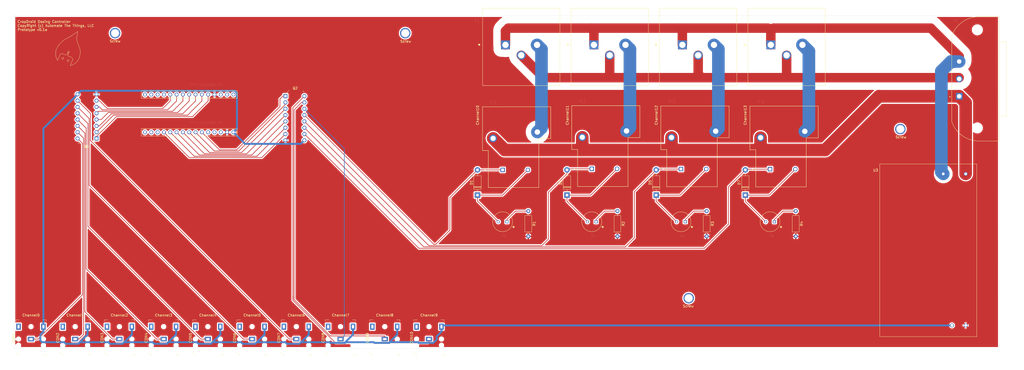
<source format=kicad_pcb>
(kicad_pcb (version 20171130) (host pcbnew 5.1.5-52549c5~84~ubuntu18.04.1)
  (title_block (title "CropDroid Dosing Controller") (date 2020-02-10) (rev 0.1a) (company "Automate The Things, LLC") (comment 3 "License: Proprietary") (comment 4 "Author: Jeremy Hahn"))
  (layers (0 F.Cu signal) (31 B.Cu signal) (34 B.Paste user) (35 F.Paste user) (36 B.SilkS user) (37 F.SilkS user) (38 B.Mask user) (39 F.Mask user) (44 Edge.Cuts user))
  (net 0 "")
  (net 1 "Net-(CON1-Pad1)")
  (net 2 "Net-(CON1-Pad2)")
  (net 3 "Net-(CON1-Pad3)")
  (net 4 "Net-(CON2-Pad3)")
  (net 5 "Net-(CON2-Pad1)")
  (net 6 "Net-(CON3-Pad3)")
  (net 7 "Net-(CON3-Pad1)")
  (net 8 "Net-(CON4-Pad3)")
  (net 9 "Net-(CON4-Pad1)")
  (net 10 "Net-(CON5-Pad1)")
  (net 11 "Net-(CON5-Pad3)")
  (net 12 "Net-(CON6-Pad3)")
  (net 13 "Net-(CON6-Pad1)")
  (net 14 "Net-(CON7-Pad1)")
  (net 15 "Net-(CON7-Pad3)")
  (net 16 "Net-(CON8-Pad3)")
  (net 17 "Net-(CON9-Pad3)")
  (net 18 "Net-(CON9-Pad1)")
  (net 19 "Net-(CON10-Pad1)")
  (net 20 "Net-(CON10-Pad3)")
  (net 21 "Net-(D1-Pad2)")
  (net 22 "Net-(D1-Pad1)")
  (net 23 "Net-(D2-Pad1)")
  (net 24 "Net-(D3-Pad2)")
  (net 25 "Net-(D3-Pad1)")
  (net 26 "Net-(D4-Pad1)")
  (net 27 "Net-(D5-Pad1)")
  (net 28 "Net-(D5-Pad2)")
  (net 29 "Net-(D6-Pad1)")
  (net 30 "Net-(D7-Pad1)")
  (net 31 "Net-(D7-Pad2)")
  (net 32 "Net-(D8-Pad1)")
  (net 33 "Net-(J1-Pad1)")
  (net 34 "Net-(J1-Pad2)")
  (net 35 "Net-(J1-Pad3)")
  (net 36 "Net-(J2-Pad2)")
  (net 37 "Net-(J3-Pad2)")
  (net 38 "Net-(J4-Pad2)")
  (net 39 "Net-(Q1-Pad1)")
  (net 40 "Net-(Q1-Pad2)")
  (net 41 "Net-(Q1-Pad3)")
  (net 42 "Net-(Q1-Pad4)")
  (net 43 "Net-(Q1-Pad5)")
  (net 44 "Net-(Q1-Pad6)")
  (net 45 "Net-(Q1-Pad7)")
  (net 46 GND)
  (net 47 "Net-(Q2-Pad7)")
  (net 48 "Net-(Q2-Pad6)")
  (net 49 "Net-(Q2-Pad5)")
  (net 50 "Net-(Q2-Pad4)")
  (net 51 "Net-(Q2-Pad3)")
  (net 52 "Net-(Q2-Pad2)")
  (net 53 "Net-(Q2-Pad1)")
  (net 54 "Net-(U1-PadP$15)")
  (net 55 "Net-(U1-PadP$14)")
  (net 56 "Net-(U1-PadP$13)")
  (net 57 "Net-(U1-PadP$12)")
  (net 58 "Net-(U1-PadP$3)")
  (net 59 "Net-(U1-PadP$2)")
  (net 60 "Net-(U1-PadP$1)")
  (net 61 "Net-(U2-PadP$3)")
  (net 62 "Net-(U2-PadP$4)")
  (net 63 "Net-(U2-PadP$5)")
  (net 64 "Net-(U2-PadP$13)")
  (net 65 "Net-(U2-PadP$14)")
  (net 66 "Net-(U2-PadP$15)")
  (net 67 "Net-(J5-Pad1)")
  (net 68 "Net-(CON8-Pad1)")
  (module drill-hole:Drill_Hole (layer F.Cu) (at 169.26052 19.8882)
    (fp_text reference Screw (at 0.1778 2.48412) (layer F.SilkS))
    (fp_text value Drill)
    (pad 1 thru_hole circle (at 0 -0.8382) (size 4.199999 4.199999) (drill 3.200001) (layers *.Cu *.Mask))
  )
  (module drill-hole:Drill_Hole (layer F.Cu) (at 282.8163 125.23216)
    (fp_text reference Screw (at 0.21336 3.72364) (layer F.SilkS))
    (fp_text value Drill)
    (pad 1 thru_hole circle (at 0.3937 0.49784) (size 4.199999 4.199999) (drill 3.200001) (layers *.Cu *.Mask))
  )
  (module drill-hole:Drill_Hole (layer F.Cu) (at 369.23472 57.74182)
    (fp_text reference Screw (at -0.6985 3.16484) (layer F.SilkS))
    (fp_text value Drill)
    (pad 1 thru_hole circle (at -0.93472 -0.08382) (size 4.199999 4.199999) (drill 3.200001) (layers *.Cu *.Mask))
  )
  (module drill-hole:Drill_Hole (layer F.Cu) (at 52.60848 18.87728)
    (fp_text reference Screw (at -0.0127 3.3909) (layer F.SilkS))
    (fp_text value Drill)
    (pad 1 thru_hole circle (at 0 0.17272) (size 4.199999 4.199999) (drill 3.200001) (layers *.Cu *.Mask))
  )
  (module libraries:cropdroid_logo (layer F.Cu) (at 33.62452 25.2095)
    (fp_text reference G*** hide)
    (fp_text value LOGO hide)
  )
  (module digikey-footprints:DIP-16_W7.62mm (layer F.Cu) (at 121.1 44.4)
    (fp_text reference Q2 (at 3.94 -3.2) (layer F.SilkS))
    (fp_text value ULN2003AN)
    (pad 9 thru_hole circle (at 7.62 17.78) (size 1.6 1.6) (drill 1) (layers *.Cu *.Mask) (net 2 "Net-(CON1-Pad2)"))
    (pad 8 thru_hole circle (at 0 17.78) (size 1.6 1.6) (drill 1) (layers *.Cu *.Mask) (net 46 GND))
    (pad 16 thru_hole circle (at 7.62 0) (size 1.6 1.6) (drill 1) (layers *.Cu *.Mask) (net 19 "Net-(CON10-Pad1)"))
    (pad 15 thru_hole circle (at 7.62 2.54) (size 1.6 1.6) (drill 1) (layers *.Cu *.Mask) (net 18 "Net-(CON9-Pad1)"))
    (pad 14 thru_hole circle (at 7.62 5.08) (size 1.6 1.6) (drill 1) (layers *.Cu *.Mask) (net 68 "Net-(CON8-Pad1)"))
    (pad 13 thru_hole circle (at 7.62 7.62) (size 1.6 1.6) (drill 1) (layers *.Cu *.Mask) (net 21 "Net-(D1-Pad2)"))
    (pad 12 thru_hole circle (at 7.62 10.16) (size 1.6 1.6) (drill 1) (layers *.Cu *.Mask) (net 24 "Net-(D3-Pad2)"))
    (pad 11 thru_hole circle (at 7.62 12.7) (size 1.6 1.6) (drill 1) (layers *.Cu *.Mask) (net 28 "Net-(D5-Pad2)"))
    (pad 10 thru_hole circle (at 7.62 15.24) (size 1.6 1.6) (drill 1) (layers *.Cu *.Mask) (net 31 "Net-(D7-Pad2)"))
    (pad 7 thru_hole circle (at 0 15.24) (size 1.6 1.6) (drill 1) (layers *.Cu *.Mask) (net 47 "Net-(Q2-Pad7)"))
    (pad 6 thru_hole circle (at 0 12.7) (size 1.6 1.6) (drill 1) (layers *.Cu *.Mask) (net 48 "Net-(Q2-Pad6)"))
    (pad 5 thru_hole circle (at 0 10.16) (size 1.6 1.6) (drill 1) (layers *.Cu *.Mask) (net 49 "Net-(Q2-Pad5)"))
    (pad 4 thru_hole circle (at 0 7.62) (size 1.6 1.6) (drill 1) (layers *.Cu *.Mask) (net 50 "Net-(Q2-Pad4)"))
    (pad 3 thru_hole circle (at 0 5.08) (size 1.6 1.6) (drill 1) (layers *.Cu *.Mask) (net 51 "Net-(Q2-Pad3)"))
    (pad 2 thru_hole circle (at 0 2.54) (size 1.6 1.6) (drill 1) (layers *.Cu *.Mask) (net 52 "Net-(Q2-Pad2)"))
    (pad 1 thru_hole rect (at 0 0) (size 1.6 1.6) (drill 1) (layers *.Cu *.Mask) (net 53 "Net-(Q2-Pad1)"))
  )
  (module digikey-footprints:Headphone_Jack_3.5mm_SJ1-3523N (layer F.Cu) (at 18.8 137.2 90)
    (fp_text reference CON1 (at -4.5 -7 90) (layer F.SilkS))
    (fp_text value SJ1-3523N)
    (pad "" np_thru_hole circle (at -7.5 5 90) (size 1.2 1.2) (drill 1.2) (layers *.Cu *.Mask))
    (pad "" np_thru_hole circle (at -5 5 90) (size 1.2 1.2) (drill 1.2) (layers *.Cu *.Mask))
    (pad "" np_thru_hole circle (at -7.5 -5 90) (size 1.2 1.2) (drill 1.2) (layers *.Cu *.Mask))
    (pad "" np_thru_hole circle (at -5 -5 90) (size 1.2 1.2) (drill 1.2) (layers *.Cu *.Mask))
    (pad "" np_thru_hole circle (at 0 0 90) (size 1.2 1.2) (drill 1.2) (layers *.Cu *.Mask))
    (pad 1 thru_hole rect (at -5 0 90) (size 1.8 2.5) (drill oval 0.8 1.5) (layers *.Cu *.Mask) (net 1 "Net-(CON1-Pad1)"))
    (pad 2 thru_hole rect (at 0 5 90) (size 2.5 1.8) (drill oval 1.5 0.8) (layers *.Cu *.Mask) (net 2 "Net-(CON1-Pad2)"))
    (pad 3 thru_hole rect (at 0 -5 90) (size 2.5 1.8) (drill oval 1.5 0.8) (layers *.Cu *.Mask) (net 3 "Net-(CON1-Pad3)"))
  )
  (module digikey-footprints:Headphone_Jack_3.5mm_SJ1-3523N (layer F.Cu) (at 36.576 137.2 90)
    (fp_text reference CON2 (at -4.5 -7 90) (layer F.SilkS))
    (fp_text value SJ1-3523N)
    (pad "" np_thru_hole circle (at -7.5 5 90) (size 1.2 1.2) (drill 1.2) (layers *.Cu *.Mask))
    (pad "" np_thru_hole circle (at -5 5 90) (size 1.2 1.2) (drill 1.2) (layers *.Cu *.Mask))
    (pad "" np_thru_hole circle (at -7.5 -5 90) (size 1.2 1.2) (drill 1.2) (layers *.Cu *.Mask))
    (pad "" np_thru_hole circle (at -5 -5 90) (size 1.2 1.2) (drill 1.2) (layers *.Cu *.Mask))
    (pad "" np_thru_hole circle (at 0 0 90) (size 1.2 1.2) (drill 1.2) (layers *.Cu *.Mask))
    (pad 1 thru_hole rect (at -5 0 90) (size 1.8 2.5) (drill oval 0.8 1.5) (layers *.Cu *.Mask) (net 5 "Net-(CON2-Pad1)"))
    (pad 2 thru_hole rect (at 0 5 90) (size 2.5 1.8) (drill oval 1.5 0.8) (layers *.Cu *.Mask) (net 2 "Net-(CON1-Pad2)"))
    (pad 3 thru_hole rect (at 0 -5 90) (size 2.5 1.8) (drill oval 1.5 0.8) (layers *.Cu *.Mask) (net 4 "Net-(CON2-Pad3)"))
  )
  (module digikey-footprints:Headphone_Jack_3.5mm_SJ1-3523N (layer F.Cu) (at 54.356 137.2 90)
    (fp_text reference CON3 (at -4.5 -7 90) (layer F.SilkS))
    (fp_text value SJ1-3523N)
    (pad "" np_thru_hole circle (at -7.5 5 90) (size 1.2 1.2) (drill 1.2) (layers *.Cu *.Mask))
    (pad "" np_thru_hole circle (at -5 5 90) (size 1.2 1.2) (drill 1.2) (layers *.Cu *.Mask))
    (pad "" np_thru_hole circle (at -7.5 -5 90) (size 1.2 1.2) (drill 1.2) (layers *.Cu *.Mask))
    (pad "" np_thru_hole circle (at -5 -5 90) (size 1.2 1.2) (drill 1.2) (layers *.Cu *.Mask))
    (pad "" np_thru_hole circle (at 0 0 90) (size 1.2 1.2) (drill 1.2) (layers *.Cu *.Mask))
    (pad 1 thru_hole rect (at -5 0 90) (size 1.8 2.5) (drill oval 0.8 1.5) (layers *.Cu *.Mask) (net 7 "Net-(CON3-Pad1)"))
    (pad 2 thru_hole rect (at 0 5 90) (size 2.5 1.8) (drill oval 1.5 0.8) (layers *.Cu *.Mask) (net 2 "Net-(CON1-Pad2)"))
    (pad 3 thru_hole rect (at 0 -5 90) (size 2.5 1.8) (drill oval 1.5 0.8) (layers *.Cu *.Mask) (net 6 "Net-(CON3-Pad3)"))
  )
  (module digikey-footprints:Headphone_Jack_3.5mm_SJ1-3523N (layer F.Cu) (at 72.136 137.2 90)
    (fp_text reference CON4 (at -4.5 -7 90) (layer F.SilkS))
    (fp_text value SJ1-3523N)
    (pad "" np_thru_hole circle (at -7.5 5 90) (size 1.2 1.2) (drill 1.2) (layers *.Cu *.Mask))
    (pad "" np_thru_hole circle (at -5 5 90) (size 1.2 1.2) (drill 1.2) (layers *.Cu *.Mask))
    (pad "" np_thru_hole circle (at -7.5 -5 90) (size 1.2 1.2) (drill 1.2) (layers *.Cu *.Mask))
    (pad "" np_thru_hole circle (at -5 -5 90) (size 1.2 1.2) (drill 1.2) (layers *.Cu *.Mask))
    (pad "" np_thru_hole circle (at 0 0 90) (size 1.2 1.2) (drill 1.2) (layers *.Cu *.Mask))
    (pad 1 thru_hole rect (at -5 0 90) (size 1.8 2.5) (drill oval 0.8 1.5) (layers *.Cu *.Mask) (net 9 "Net-(CON4-Pad1)"))
    (pad 2 thru_hole rect (at 0 5 90) (size 2.5 1.8) (drill oval 1.5 0.8) (layers *.Cu *.Mask) (net 2 "Net-(CON1-Pad2)"))
    (pad 3 thru_hole rect (at 0 -5 90) (size 2.5 1.8) (drill oval 1.5 0.8) (layers *.Cu *.Mask) (net 8 "Net-(CON4-Pad3)"))
  )
  (module digikey-footprints:Headphone_Jack_3.5mm_SJ1-3523N (layer F.Cu) (at 89.916 137.2 90)
    (fp_text reference CON5 (at -4.5 -7 90) (layer F.SilkS))
    (fp_text value SJ1-3523N)
    (pad "" np_thru_hole circle (at -7.5 5 90) (size 1.2 1.2) (drill 1.2) (layers *.Cu *.Mask))
    (pad "" np_thru_hole circle (at -5 5 90) (size 1.2 1.2) (drill 1.2) (layers *.Cu *.Mask))
    (pad "" np_thru_hole circle (at -7.5 -5 90) (size 1.2 1.2) (drill 1.2) (layers *.Cu *.Mask))
    (pad "" np_thru_hole circle (at -5 -5 90) (size 1.2 1.2) (drill 1.2) (layers *.Cu *.Mask))
    (pad "" np_thru_hole circle (at 0 0 90) (size 1.2 1.2) (drill 1.2) (layers *.Cu *.Mask))
    (pad 1 thru_hole rect (at -5 0 90) (size 1.8 2.5) (drill oval 0.8 1.5) (layers *.Cu *.Mask) (net 10 "Net-(CON5-Pad1)"))
    (pad 2 thru_hole rect (at 0 5 90) (size 2.5 1.8) (drill oval 1.5 0.8) (layers *.Cu *.Mask) (net 2 "Net-(CON1-Pad2)"))
    (pad 3 thru_hole rect (at 0 -5 90) (size 2.5 1.8) (drill oval 1.5 0.8) (layers *.Cu *.Mask) (net 11 "Net-(CON5-Pad3)"))
  )
  (module digikey-footprints:Headphone_Jack_3.5mm_SJ1-3523N (layer F.Cu) (at 107.696 137.2 90)
    (fp_text reference CON6 (at -4.5 -7 90) (layer F.SilkS))
    (fp_text value SJ1-3523N)
    (pad "" np_thru_hole circle (at -7.5 5 90) (size 1.2 1.2) (drill 1.2) (layers *.Cu *.Mask))
    (pad "" np_thru_hole circle (at -5 5 90) (size 1.2 1.2) (drill 1.2) (layers *.Cu *.Mask))
    (pad "" np_thru_hole circle (at -7.5 -5 90) (size 1.2 1.2) (drill 1.2) (layers *.Cu *.Mask))
    (pad "" np_thru_hole circle (at -5 -5 90) (size 1.2 1.2) (drill 1.2) (layers *.Cu *.Mask))
    (pad "" np_thru_hole circle (at 0 0 90) (size 1.2 1.2) (drill 1.2) (layers *.Cu *.Mask))
    (pad 1 thru_hole rect (at -5 0 90) (size 1.8 2.5) (drill oval 0.8 1.5) (layers *.Cu *.Mask) (net 13 "Net-(CON6-Pad1)"))
    (pad 2 thru_hole rect (at 0 5 90) (size 2.5 1.8) (drill oval 1.5 0.8) (layers *.Cu *.Mask) (net 2 "Net-(CON1-Pad2)"))
    (pad 3 thru_hole rect (at 0 -5 90) (size 2.5 1.8) (drill oval 1.5 0.8) (layers *.Cu *.Mask) (net 12 "Net-(CON6-Pad3)"))
  )
  (module digikey-footprints:Headphone_Jack_3.5mm_SJ1-3523N (layer F.Cu) (at 125.476 137.2 90)
    (fp_text reference CON7 (at -4.5 -7 90) (layer F.SilkS))
    (fp_text value SJ1-3523N)
    (pad "" np_thru_hole circle (at -7.5 5 90) (size 1.2 1.2) (drill 1.2) (layers *.Cu *.Mask))
    (pad "" np_thru_hole circle (at -5 5 90) (size 1.2 1.2) (drill 1.2) (layers *.Cu *.Mask))
    (pad "" np_thru_hole circle (at -7.5 -5 90) (size 1.2 1.2) (drill 1.2) (layers *.Cu *.Mask))
    (pad "" np_thru_hole circle (at -5 -5 90) (size 1.2 1.2) (drill 1.2) (layers *.Cu *.Mask))
    (pad "" np_thru_hole circle (at 0 0 90) (size 1.2 1.2) (drill 1.2) (layers *.Cu *.Mask))
    (pad 1 thru_hole rect (at -5 0 90) (size 1.8 2.5) (drill oval 0.8 1.5) (layers *.Cu *.Mask) (net 14 "Net-(CON7-Pad1)"))
    (pad 2 thru_hole rect (at 0 5 90) (size 2.5 1.8) (drill oval 1.5 0.8) (layers *.Cu *.Mask) (net 2 "Net-(CON1-Pad2)"))
    (pad 3 thru_hole rect (at 0 -5 90) (size 2.5 1.8) (drill oval 1.5 0.8) (layers *.Cu *.Mask) (net 15 "Net-(CON7-Pad3)"))
  )
  (module digikey-footprints:Headphone_Jack_3.5mm_SJ1-3523N (layer F.Cu) (at 143.256 137.2 90)
    (fp_text reference CON8 (at -4.5 -7 90) (layer F.SilkS))
    (fp_text value SJ1-3523N)
    (pad "" np_thru_hole circle (at -7.5 5 90) (size 1.2 1.2) (drill 1.2) (layers *.Cu *.Mask))
    (pad "" np_thru_hole circle (at -5 5 90) (size 1.2 1.2) (drill 1.2) (layers *.Cu *.Mask))
    (pad "" np_thru_hole circle (at -7.5 -5 90) (size 1.2 1.2) (drill 1.2) (layers *.Cu *.Mask))
    (pad "" np_thru_hole circle (at -5 -5 90) (size 1.2 1.2) (drill 1.2) (layers *.Cu *.Mask))
    (pad "" np_thru_hole circle (at 0 0 90) (size 1.2 1.2) (drill 1.2) (layers *.Cu *.Mask))
    (pad 1 thru_hole rect (at -5 0 90) (size 1.8 2.5) (drill oval 0.8 1.5) (layers *.Cu *.Mask) (net 68 "Net-(CON8-Pad1)"))
    (pad 2 thru_hole rect (at 0 5 90) (size 2.5 1.8) (drill oval 1.5 0.8) (layers *.Cu *.Mask) (net 2 "Net-(CON1-Pad2)"))
    (pad 3 thru_hole rect (at 0 -5 90) (size 2.5 1.8) (drill oval 1.5 0.8) (layers *.Cu *.Mask) (net 16 "Net-(CON8-Pad3)"))
  )
  (module digikey-footprints:Headphone_Jack_3.5mm_SJ1-3523N (layer F.Cu) (at 161.036 137.2 90)
    (fp_text reference CON9 (at -4.5 -7 90) (layer F.SilkS))
    (fp_text value SJ1-3523N)
    (pad "" np_thru_hole circle (at -7.5 5 90) (size 1.2 1.2) (drill 1.2) (layers *.Cu *.Mask))
    (pad "" np_thru_hole circle (at -5 5 90) (size 1.2 1.2) (drill 1.2) (layers *.Cu *.Mask))
    (pad "" np_thru_hole circle (at -7.5 -5 90) (size 1.2 1.2) (drill 1.2) (layers *.Cu *.Mask))
    (pad "" np_thru_hole circle (at -5 -5 90) (size 1.2 1.2) (drill 1.2) (layers *.Cu *.Mask))
    (pad "" np_thru_hole circle (at 0 0 90) (size 1.2 1.2) (drill 1.2) (layers *.Cu *.Mask))
    (pad 1 thru_hole rect (at -5 0 90) (size 1.8 2.5) (drill oval 0.8 1.5) (layers *.Cu *.Mask) (net 18 "Net-(CON9-Pad1)"))
    (pad 2 thru_hole rect (at 0 5 90) (size 2.5 1.8) (drill oval 1.5 0.8) (layers *.Cu *.Mask) (net 2 "Net-(CON1-Pad2)"))
    (pad 3 thru_hole rect (at 0 -5 90) (size 2.5 1.8) (drill oval 1.5 0.8) (layers *.Cu *.Mask) (net 17 "Net-(CON9-Pad3)"))
  )
  (module digikey-footprints:Headphone_Jack_3.5mm_SJ1-3523N (layer F.Cu) (at 178.816 137.2 90)
    (fp_text reference CON10 (at -4.5 -7 90) (layer F.SilkS))
    (fp_text value SJ1-3523N)
    (pad "" np_thru_hole circle (at -7.5 5 90) (size 1.2 1.2) (drill 1.2) (layers *.Cu *.Mask))
    (pad "" np_thru_hole circle (at -5 5 90) (size 1.2 1.2) (drill 1.2) (layers *.Cu *.Mask))
    (pad "" np_thru_hole circle (at -7.5 -5 90) (size 1.2 1.2) (drill 1.2) (layers *.Cu *.Mask))
    (pad "" np_thru_hole circle (at -5 -5 90) (size 1.2 1.2) (drill 1.2) (layers *.Cu *.Mask))
    (pad "" np_thru_hole circle (at 0 0 90) (size 1.2 1.2) (drill 1.2) (layers *.Cu *.Mask))
    (pad 1 thru_hole rect (at -5 0 90) (size 1.8 2.5) (drill oval 0.8 1.5) (layers *.Cu *.Mask) (net 19 "Net-(CON10-Pad1)"))
    (pad 2 thru_hole rect (at 0 5 90) (size 2.5 1.8) (drill oval 1.5 0.8) (layers *.Cu *.Mask) (net 2 "Net-(CON1-Pad2)"))
    (pad 3 thru_hole rect (at 0 -5 90) (size 2.5 1.8) (drill oval 1.5 0.8) (layers *.Cu *.Mask) (net 20 "Net-(CON10-Pad3)"))
  )
  (module Diode_THT:D_DO-41_SOD81_P10.16mm_Horizontal (layer F.Cu) (at 198.30034 84.24672 90)
    (fp_text reference D1 (at 5.08 -2.47 90) (layer F.SilkS))
    (fp_text value 1N4001)
    (pad 2 thru_hole oval (at 10.16 0 90) (size 2.2 2.2) (drill 1.1) (layers *.Cu *.Mask) (net 21 "Net-(D1-Pad2)"))
    (pad 1 thru_hole rect (at 0 0 90) (size 2.2 2.2) (drill 1.1) (layers *.Cu *.Mask) (net 22 "Net-(D1-Pad1)"))
  )
  (module libraries:CAPPRD350W60D800H2000 (layer F.Cu) (at 208.4 94.96298 180)
    (fp_text reference D2 (at -0.635 -5.715) (layer F.SilkS) (effects (font (thickness 0.015))))
    (fp_text value LED)
    (pad 2 thru_hole circle (at 1.75 0 180) (size 1.23 1.23) (drill 0.82) (layers *.Cu *.Mask) (net 22 "Net-(D1-Pad1)"))
    (pad 1 thru_hole rect (at -1.75 0 180) (size 1.23 1.23) (drill 0.82) (layers *.Cu *.Mask) (net 23 "Net-(D2-Pad1)"))
  )
  (module Diode_THT:D_DO-41_SOD81_P10.16mm_Horizontal (layer F.Cu) (at 234.28198 84.24672 90)
    (fp_text reference D3 (at 5.08 -2.47 90) (layer F.SilkS))
    (fp_text value 1N4001)
    (pad 2 thru_hole oval (at 10.16 0 90) (size 2.2 2.2) (drill 1.1) (layers *.Cu *.Mask) (net 24 "Net-(D3-Pad2)"))
    (pad 1 thru_hole rect (at 0 0 90) (size 2.2 2.2) (drill 1.1) (layers *.Cu *.Mask) (net 25 "Net-(D3-Pad1)"))
  )
  (module libraries:CAPPRD350W60D800H2000 (layer F.Cu) (at 244.25 94.96298 180)
    (fp_text reference D4 (at -0.635 -5.715) (layer F.SilkS) (effects (font (thickness 0.015))))
    (fp_text value LED)
    (pad 2 thru_hole circle (at 1.75 0 180) (size 1.23 1.23) (drill 0.82) (layers *.Cu *.Mask) (net 25 "Net-(D3-Pad1)"))
    (pad 1 thru_hole rect (at -1.75 0 180) (size 1.23 1.23) (drill 0.82) (layers *.Cu *.Mask) (net 26 "Net-(D4-Pad1)"))
  )
  (module Diode_THT:D_DO-41_SOD81_P10.16mm_Horizontal (layer F.Cu) (at 270.14932 84.24672 90)
    (fp_text reference D5 (at 5.08 -2.47 90) (layer F.SilkS))
    (fp_text value 1N4001)
    (pad 2 thru_hole oval (at 10.16 0 90) (size 2.2 2.2) (drill 1.1) (layers *.Cu *.Mask) (net 28 "Net-(D5-Pad2)"))
    (pad 1 thru_hole rect (at 0 0 90) (size 2.2 2.2) (drill 1.1) (layers *.Cu *.Mask) (net 27 "Net-(D5-Pad1)"))
  )
  (module libraries:CAPPRD350W60D800H2000 (layer F.Cu) (at 280.1 94.96298 180)
    (fp_text reference D6 (at -0.635 -5.715) (layer F.SilkS) (effects (font (thickness 0.015))))
    (fp_text value LED)
    (pad 2 thru_hole circle (at 1.75 0 180) (size 1.23 1.23) (drill 0.82) (layers *.Cu *.Mask) (net 27 "Net-(D5-Pad1)"))
    (pad 1 thru_hole rect (at -1.75 0 180) (size 1.23 1.23) (drill 0.82) (layers *.Cu *.Mask) (net 29 "Net-(D6-Pad1)"))
  )
  (module Diode_THT:D_DO-41_SOD81_P10.16mm_Horizontal (layer F.Cu) (at 305.98872 84.24672 90)
    (fp_text reference D7 (at 5.08 -2.47 90) (layer F.SilkS))
    (fp_text value 1N4001)
    (pad 2 thru_hole oval (at 10.16 0 90) (size 2.2 2.2) (drill 1.1) (layers *.Cu *.Mask) (net 31 "Net-(D7-Pad2)"))
    (pad 1 thru_hole rect (at 0 0 90) (size 2.2 2.2) (drill 1.1) (layers *.Cu *.Mask) (net 30 "Net-(D7-Pad1)"))
  )
  (module libraries:CAPPRD350W60D800H2000 (layer F.Cu) (at 315.914 94.96298 180)
    (fp_text reference D8 (at -0.635 -5.715) (layer F.SilkS) (effects (font (thickness 0.015))))
    (fp_text value LED)
    (pad 2 thru_hole circle (at 1.75 0 180) (size 1.23 1.23) (drill 0.82) (layers *.Cu *.Mask) (net 30 "Net-(D7-Pad1)"))
    (pad 1 thru_hole rect (at -1.75 0 180) (size 1.23 1.23) (drill 0.82) (layers *.Cu *.Mask) (net 32 "Net-(D8-Pad1)"))
  )
  (module 3-213598-2:TE_3-213598-2 (layer F.Cu) (at 215.9 24.57)
    (fp_text reference J1 (at -17.76222 -10.57968) (layer F.SilkS) (effects (font (size 1.320047 1.320047) (thickness 0.015))))
    (fp_text value 3-213598-2)
    (pad 3 thru_hole circle (at 0 3.38) (size 3.556 3.556) (drill 2.54) (layers *.Cu *.Mask) (net 35 "Net-(J1-Pad3)"))
    (pad 2 thru_hole circle (at 6.35 -0.81) (size 3.556 3.556) (drill 2.54) (layers *.Cu *.Mask) (net 34 "Net-(J1-Pad2)"))
    (pad 1 thru_hole rect (at -6.35 -0.81) (size 3.556 3.556) (drill 2.54) (layers *.Cu *.Mask) (net 33 "Net-(J1-Pad1)"))
  )
  (module 3-213598-2:TE_3-213598-2 (layer F.Cu) (at 251.46 24.57)
    (fp_text reference J2 (at -17.84096 -10.71176) (layer F.SilkS) (effects (font (size 1.320047 1.320047) (thickness 0.015))))
    (fp_text value 3-213598-2)
    (pad 3 thru_hole circle (at 0 3.38) (size 3.556 3.556) (drill 2.54) (layers *.Cu *.Mask) (net 35 "Net-(J1-Pad3)"))
    (pad 2 thru_hole circle (at 6.35 -0.81) (size 3.556 3.556) (drill 2.54) (layers *.Cu *.Mask) (net 36 "Net-(J2-Pad2)"))
    (pad 1 thru_hole rect (at -6.35 -0.81) (size 3.556 3.556) (drill 2.54) (layers *.Cu *.Mask) (net 33 "Net-(J1-Pad1)"))
  )
  (module 3-213598-2:TE_3-213598-2 (layer F.Cu) (at 287.02 24.57)
    (fp_text reference J3 (at -17.66062 -10.97084) (layer F.SilkS) (effects (font (size 1.320047 1.320047) (thickness 0.015))))
    (fp_text value 3-213598-2)
    (pad 3 thru_hole circle (at 0 3.38) (size 3.556 3.556) (drill 2.54) (layers *.Cu *.Mask) (net 35 "Net-(J1-Pad3)"))
    (pad 2 thru_hole circle (at 6.35 -0.81) (size 3.556 3.556) (drill 2.54) (layers *.Cu *.Mask) (net 37 "Net-(J3-Pad2)"))
    (pad 1 thru_hole rect (at -6.35 -0.81) (size 3.556 3.556) (drill 2.54) (layers *.Cu *.Mask) (net 33 "Net-(J1-Pad1)"))
  )
  (module 3-213598-2:TE_3-213598-2 (layer F.Cu) (at 322.58 24.57)
    (fp_text reference J4 (at -17.54632 -10.57968) (layer F.SilkS) (effects (font (size 1.320047 1.320047) (thickness 0.015))))
    (fp_text value 3-213598-2)
    (pad 3 thru_hole circle (at 0 3.38) (size 3.556 3.556) (drill 2.54) (layers *.Cu *.Mask) (net 35 "Net-(J1-Pad3)"))
    (pad 2 thru_hole circle (at 6.35 -0.81) (size 3.556 3.556) (drill 2.54) (layers *.Cu *.Mask) (net 38 "Net-(J4-Pad2)"))
    (pad 1 thru_hole rect (at -6.35 -0.81) (size 3.556 3.556) (drill 2.54) (layers *.Cu *.Mask) (net 33 "Net-(J1-Pad1)"))
  )
  (module QUALTEK_703W-00:QUALTEK_703W-00_52 (layer F.Cu) (at 391.95248 44.45762 90)
    (fp_text reference J5 (at 30.44952 -1.51384 180) (layer F.SilkS) (effects (font (size 1.001969 1.001969) (thickness 0.015))))
    (fp_text value 703W-00_52)
    (pad None np_thru_hole circle (at -12.75 7.3 90) (size 3.5 3.5) (drill 3.5) (layers *.Cu *.Mask))
    (pad None np_thru_hole circle (at 26.75 7.3 90) (size 3.5 3.5) (drill 3.5) (layers *.Cu *.Mask))
    (pad 1 thru_hole rect (at 0 0 90) (size 2.7 2.7) (drill 1.8) (layers *.Cu *.Mask) (net 67 "Net-(J5-Pad1)"))
    (pad 2 thru_hole circle (at 7 0 90) (size 2.7 2.7) (drill 1.8) (layers *.Cu *.Mask) (net 35 "Net-(J1-Pad3)"))
    (pad 3 thru_hole circle (at 14 0 90) (size 2.7 2.7) (drill 1.8) (layers *.Cu *.Mask) (net 33 "Net-(J1-Pad1)"))
  )
  (module T9AS1D12-15:RELAY_T9AS1D12-15 (layer F.Cu) (at 208.4 74.1)
    (fp_text reference K1 (at -3.665025 -27.220035) (layer F.SilkS) (effects (font (size 1.395488 1.395488) (thickness 0.015))))
    (fp_text value T9AS1D12-15)
    (pad 4 thru_hole circle (at 13.97 -15.24) (size 3.29 3.29) (drill 2.19) (layers *.Cu *.Mask) (net 34 "Net-(J1-Pad2)"))
    (pad 3 thru_hole circle (at -3.81 -12.7) (size 3.09 3.09) (drill 2.06) (layers *.Cu *.Mask) (net 67 "Net-(J5-Pad1)"))
    (pad 1 thru_hole rect (at 0 0) (size 1.76 1.76) (drill 1.17) (layers *.Cu *.Mask) (net 21 "Net-(D1-Pad2)"))
    (pad 2 thru_hole circle (at 10.16 0) (size 1.76 1.76) (drill 1.17) (layers *.Cu *.Mask) (net 22 "Net-(D1-Pad1)"))
  )
  (module T9AS1D12-15:RELAY_T9AS1D12-15 (layer F.Cu) (at 244.25 73.65)
    (fp_text reference K2 (at -3.665025 -27.220035) (layer F.SilkS) (effects (font (size 1.395488 1.395488) (thickness 0.015))))
    (fp_text value T9AS1D12-15)
    (pad 4 thru_hole circle (at 13.97 -15.24) (size 3.29 3.29) (drill 2.19) (layers *.Cu *.Mask) (net 36 "Net-(J2-Pad2)"))
    (pad 3 thru_hole circle (at -3.81 -12.7) (size 3.09 3.09) (drill 2.06) (layers *.Cu *.Mask) (net 67 "Net-(J5-Pad1)"))
    (pad 1 thru_hole rect (at 0 0) (size 1.76 1.76) (drill 1.17) (layers *.Cu *.Mask) (net 24 "Net-(D3-Pad2)"))
    (pad 2 thru_hole circle (at 10.16 0) (size 1.76 1.76) (drill 1.17) (layers *.Cu *.Mask) (net 25 "Net-(D3-Pad1)"))
  )
  (module T9AS1D12-15:RELAY_T9AS1D12-15 (layer F.Cu) (at 280.1 73.75)
    (fp_text reference K3 (at -3.665025 -27.220035) (layer F.SilkS) (effects (font (size 1.395488 1.395488) (thickness 0.015))))
    (fp_text value T9AS1D12-15)
    (pad 4 thru_hole circle (at 13.97 -15.24) (size 3.29 3.29) (drill 2.19) (layers *.Cu *.Mask) (net 37 "Net-(J3-Pad2)"))
    (pad 3 thru_hole circle (at -3.81 -12.7) (size 3.09 3.09) (drill 2.06) (layers *.Cu *.Mask) (net 67 "Net-(J5-Pad1)"))
    (pad 1 thru_hole rect (at 0 0) (size 1.76 1.76) (drill 1.17) (layers *.Cu *.Mask) (net 28 "Net-(D5-Pad2)"))
    (pad 2 thru_hole circle (at 10.16 0) (size 1.76 1.76) (drill 1.17) (layers *.Cu *.Mask) (net 27 "Net-(D5-Pad1)"))
  )
  (module T9AS1D12-15:RELAY_T9AS1D12-15 (layer F.Cu) (at 315.914 73.8)
    (fp_text reference K4 (at -3.665025 -27.220035) (layer F.SilkS) (effects (font (size 1.395488 1.395488) (thickness 0.015))))
    (fp_text value T9AS1D12-15)
    (pad 4 thru_hole circle (at 13.97 -15.24) (size 3.29 3.29) (drill 2.19) (layers *.Cu *.Mask) (net 38 "Net-(J4-Pad2)"))
    (pad 3 thru_hole circle (at -3.81 -12.7) (size 3.09 3.09) (drill 2.06) (layers *.Cu *.Mask) (net 67 "Net-(J5-Pad1)"))
    (pad 1 thru_hole rect (at 0 0) (size 1.76 1.76) (drill 1.17) (layers *.Cu *.Mask) (net 31 "Net-(D7-Pad2)"))
    (pad 2 thru_hole circle (at 10.16 0) (size 1.76 1.76) (drill 1.17) (layers *.Cu *.Mask) (net 30 "Net-(D7-Pad1)"))
  )
  (module digikey-footprints:DIP-16_W7.62mm (layer F.Cu) (at 45.15 61.45 180)
    (fp_text reference Q1 (at 3.94 -3.2) (layer F.SilkS))
    (fp_text value ULN2003AN)
    (pad 9 thru_hole circle (at 7.62 17.78 180) (size 1.6 1.6) (drill 1) (layers *.Cu *.Mask) (net 2 "Net-(CON1-Pad2)"))
    (pad 8 thru_hole circle (at 0 17.78 180) (size 1.6 1.6) (drill 1) (layers *.Cu *.Mask) (net 46 GND))
    (pad 16 thru_hole circle (at 7.62 0 180) (size 1.6 1.6) (drill 1) (layers *.Cu *.Mask) (net 1 "Net-(CON1-Pad1)"))
    (pad 15 thru_hole circle (at 7.62 2.54 180) (size 1.6 1.6) (drill 1) (layers *.Cu *.Mask) (net 5 "Net-(CON2-Pad1)"))
    (pad 14 thru_hole circle (at 7.62 5.08 180) (size 1.6 1.6) (drill 1) (layers *.Cu *.Mask) (net 7 "Net-(CON3-Pad1)"))
    (pad 13 thru_hole circle (at 7.62 7.62 180) (size 1.6 1.6) (drill 1) (layers *.Cu *.Mask) (net 9 "Net-(CON4-Pad1)"))
    (pad 12 thru_hole circle (at 7.62 10.16 180) (size 1.6 1.6) (drill 1) (layers *.Cu *.Mask) (net 10 "Net-(CON5-Pad1)"))
    (pad 11 thru_hole circle (at 7.62 12.7 180) (size 1.6 1.6) (drill 1) (layers *.Cu *.Mask) (net 13 "Net-(CON6-Pad1)"))
    (pad 10 thru_hole circle (at 7.62 15.24 180) (size 1.6 1.6) (drill 1) (layers *.Cu *.Mask) (net 14 "Net-(CON7-Pad1)"))
    (pad 7 thru_hole circle (at 0 15.24 180) (size 1.6 1.6) (drill 1) (layers *.Cu *.Mask) (net 45 "Net-(Q1-Pad7)"))
    (pad 6 thru_hole circle (at 0 12.7 180) (size 1.6 1.6) (drill 1) (layers *.Cu *.Mask) (net 44 "Net-(Q1-Pad6)"))
    (pad 5 thru_hole circle (at 0 10.16 180) (size 1.6 1.6) (drill 1) (layers *.Cu *.Mask) (net 43 "Net-(Q1-Pad5)"))
    (pad 4 thru_hole circle (at 0 7.62 180) (size 1.6 1.6) (drill 1) (layers *.Cu *.Mask) (net 42 "Net-(Q1-Pad4)"))
    (pad 3 thru_hole circle (at 0 5.08 180) (size 1.6 1.6) (drill 1) (layers *.Cu *.Mask) (net 41 "Net-(Q1-Pad3)"))
    (pad 2 thru_hole circle (at 0 2.54 180) (size 1.6 1.6) (drill 1) (layers *.Cu *.Mask) (net 40 "Net-(Q1-Pad2)"))
    (pad 1 thru_hole rect (at 0 0 180) (size 1.6 1.6) (drill 1) (layers *.Cu *.Mask) (net 39 "Net-(Q1-Pad1)"))
  )
  (module Resistor_THT:R_Axial_DIN0207_L6.3mm_D2.5mm_P10.16mm_Horizontal (layer F.Cu) (at 218.72956 90.68308 270)
    (fp_text reference R1 (at 5.08 -2.37 90) (layer F.SilkS))
    (fp_text value R)
    (pad 2 thru_hole oval (at 10.16 0 270) (size 1.6 1.6) (drill 0.8) (layers *.Cu *.Mask) (net 46 GND))
    (pad 1 thru_hole circle (at 0 0 270) (size 1.6 1.6) (drill 0.8) (layers *.Cu *.Mask) (net 23 "Net-(D2-Pad1)"))
  )
  (module Resistor_THT:R_Axial_DIN0207_L6.3mm_D2.5mm_P10.16mm_Horizontal (layer F.Cu) (at 254.57956 90.68308 270)
    (fp_text reference R2 (at 5.08 -2.37 90) (layer F.SilkS))
    (fp_text value R)
    (pad 2 thru_hole oval (at 10.16 0 270) (size 1.6 1.6) (drill 0.8) (layers *.Cu *.Mask) (net 46 GND))
    (pad 1 thru_hole circle (at 0 0 270) (size 1.6 1.6) (drill 0.8) (layers *.Cu *.Mask) (net 26 "Net-(D4-Pad1)"))
  )
  (module Resistor_THT:R_Axial_DIN0207_L6.3mm_D2.5mm_P10.16mm_Horizontal (layer F.Cu) (at 290.42956 90.68308 270)
    (fp_text reference R3 (at 5.08 -2.37 90) (layer F.SilkS))
    (fp_text value R)
    (pad 2 thru_hole oval (at 10.16 0 270) (size 1.6 1.6) (drill 0.8) (layers *.Cu *.Mask) (net 46 GND))
    (pad 1 thru_hole circle (at 0 0 270) (size 1.6 1.6) (drill 0.8) (layers *.Cu *.Mask) (net 29 "Net-(D6-Pad1)"))
  )
  (module Resistor_THT:R_Axial_DIN0207_L6.3mm_D2.5mm_P10.16mm_Horizontal (layer F.Cu) (at 326.24356 90.68308 270)
    (fp_text reference R4 (at 5.08 -2.37 90) (layer F.SilkS))
    (fp_text value R)
    (pad 2 thru_hole oval (at 10.16 0 270) (size 1.6 1.6) (drill 0.8) (layers *.Cu *.Mask) (net 46 GND))
    (pad 1 thru_hole circle (at 0 0 270) (size 1.6 1.6) (drill 0.8) (layers *.Cu *.Mask) (net 32 "Net-(D8-Pad1)"))
  )
  (module PPTC151LFBN-RC:PPTC151LFBN-RC (layer F.Cu) (at 100.2 43.76166 180)
    (fp_text reference U1 (at 16.8653 -3.22461) (layer F.SilkS) (effects (font (size 1.002992 1.002992) (thickness 0.015))))
    (fp_text value PPTC151LFBN-RC)
    (fp_text user PPTC151LFBN-RC (at 10.7785 3.81654) (layer F.SilkS) (effects (font (size 1.001717 1.001717) (thickness 0.015))))
    (pad P$15 thru_hole circle (at 35.56 0 180) (size 1.53 1.53) (drill 1.02) (layers *.Cu *.Mask) (net 54 "Net-(U1-PadP$15)"))
    (pad P$14 thru_hole circle (at 33.02 0 180) (size 1.53 1.53) (drill 1.02) (layers *.Cu *.Mask) (net 55 "Net-(U1-PadP$14)"))
    (pad P$13 thru_hole circle (at 30.48 0 180) (size 1.53 1.53) (drill 1.02) (layers *.Cu *.Mask) (net 56 "Net-(U1-PadP$13)"))
    (pad P$12 thru_hole circle (at 27.94 0 180) (size 1.53 1.53) (drill 1.02) (layers *.Cu *.Mask) (net 57 "Net-(U1-PadP$12)"))
    (pad P$11 thru_hole circle (at 25.4 0 180) (size 1.53 1.53) (drill 1.02) (layers *.Cu *.Mask) (net 45 "Net-(Q1-Pad7)"))
    (pad P$10 thru_hole circle (at 22.86 0 180) (size 1.53 1.53) (drill 1.02) (layers *.Cu *.Mask) (net 44 "Net-(Q1-Pad6)"))
    (pad P$9 thru_hole circle (at 20.32 0 180) (size 1.53 1.53) (drill 1.02) (layers *.Cu *.Mask) (net 43 "Net-(Q1-Pad5)"))
    (pad P$8 thru_hole circle (at 17.78 0 180) (size 1.53 1.53) (drill 1.02) (layers *.Cu *.Mask) (net 42 "Net-(Q1-Pad4)"))
    (pad P$7 thru_hole circle (at 15.24 0 180) (size 1.53 1.53) (drill 1.02) (layers *.Cu *.Mask) (net 41 "Net-(Q1-Pad3)"))
    (pad P$6 thru_hole circle (at 12.7 0 180) (size 1.53 1.53) (drill 1.02) (layers *.Cu *.Mask) (net 40 "Net-(Q1-Pad2)"))
    (pad P$5 thru_hole circle (at 10.16 0 180) (size 1.53 1.53) (drill 1.02) (layers *.Cu *.Mask) (net 39 "Net-(Q1-Pad1)"))
    (pad P$4 thru_hole circle (at 7.62 0 180) (size 1.53 1.53) (drill 1.02) (layers *.Cu *.Mask) (net 46 GND))
    (pad P$3 thru_hole circle (at 5.08 0 180) (size 1.53 1.53) (drill 1.02) (layers *.Cu *.Mask) (net 58 "Net-(U1-PadP$3)"))
    (pad P$2 thru_hole circle (at 2.54 0 180) (size 1.53 1.53) (drill 1.02) (layers *.Cu *.Mask) (net 59 "Net-(U1-PadP$2)"))
    (pad P$1 thru_hole circle (at 0 0 180) (size 1.53 1.53) (drill 1.02) (layers *.Cu *.Mask) (net 60 "Net-(U1-PadP$1)"))
  )
  (module PPTC151LFBN-RC:PPTC151LFBN-RC (layer F.Cu) (at 100.2 58.95 180)
    (fp_text reference U2 (at 16.8653 -3.22461) (layer F.SilkS) (effects (font (size 1.002992 1.002992) (thickness 0.015))))
    (fp_text value PPTC151LFBN-RC)
    (fp_text user PPTC151LFBN-RC (at 10.7785 3.81654) (layer F.SilkS) (effects (font (size 1.001717 1.001717) (thickness 0.015))))
    (pad P$15 thru_hole circle (at 35.56 0 180) (size 1.53 1.53) (drill 1.02) (layers *.Cu *.Mask) (net 66 "Net-(U2-PadP$15)"))
    (pad P$14 thru_hole circle (at 33.02 0 180) (size 1.53 1.53) (drill 1.02) (layers *.Cu *.Mask) (net 65 "Net-(U2-PadP$14)"))
    (pad P$13 thru_hole circle (at 30.48 0 180) (size 1.53 1.53) (drill 1.02) (layers *.Cu *.Mask) (net 64 "Net-(U2-PadP$13)"))
    (pad P$12 thru_hole circle (at 27.94 0 180) (size 1.53 1.53) (drill 1.02) (layers *.Cu *.Mask) (net 47 "Net-(Q2-Pad7)"))
    (pad P$11 thru_hole circle (at 25.4 0 180) (size 1.53 1.53) (drill 1.02) (layers *.Cu *.Mask) (net 48 "Net-(Q2-Pad6)"))
    (pad P$10 thru_hole circle (at 22.86 0 180) (size 1.53 1.53) (drill 1.02) (layers *.Cu *.Mask) (net 49 "Net-(Q2-Pad5)"))
    (pad P$9 thru_hole circle (at 20.32 0 180) (size 1.53 1.53) (drill 1.02) (layers *.Cu *.Mask) (net 50 "Net-(Q2-Pad4)"))
    (pad P$8 thru_hole circle (at 17.78 0 180) (size 1.53 1.53) (drill 1.02) (layers *.Cu *.Mask) (net 51 "Net-(Q2-Pad3)"))
    (pad P$7 thru_hole circle (at 15.24 0 180) (size 1.53 1.53) (drill 1.02) (layers *.Cu *.Mask) (net 52 "Net-(Q2-Pad2)"))
    (pad P$6 thru_hole circle (at 12.7 0 180) (size 1.53 1.53) (drill 1.02) (layers *.Cu *.Mask) (net 53 "Net-(Q2-Pad1)"))
    (pad P$5 thru_hole circle (at 10.16 0 180) (size 1.53 1.53) (drill 1.02) (layers *.Cu *.Mask) (net 63 "Net-(U2-PadP$5)"))
    (pad P$4 thru_hole circle (at 7.62 0 180) (size 1.53 1.53) (drill 1.02) (layers *.Cu *.Mask) (net 62 "Net-(U2-PadP$4)"))
    (pad P$3 thru_hole circle (at 5.08 0 180) (size 1.53 1.53) (drill 1.02) (layers *.Cu *.Mask) (net 61 "Net-(U2-PadP$3)"))
    (pad P$2 thru_hole circle (at 2.54 0 180) (size 1.53 1.53) (drill 1.02) (layers *.Cu *.Mask) (net 46 GND))
    (pad P$1 thru_hole circle (at 0 0 180) (size 1.53 1.53) (drill 1.02) (layers *.Cu *.Mask) (net 2 "Net-(CON1-Pad2)"))
  )
  (module IRM-30-12:IRM-30-12 (layer F.Cu) (at 360.05516 71.69658 270)
    (fp_text reference U3 (at 2.52984 1.73228 180) (layer F.SilkS))
    (fp_text value IRM-30-12)
    (pad 4 thru_hole circle (at 65 -29 270) (size 1.524 1.524) (drill 1.1) (layers *.Cu *.Mask) (net 2 "Net-(CON1-Pad2)"))
    (pad 3 thru_hole circle (at 65 -34.5 270) (size 1.524 1.524) (drill 1.1) (layers *.Cu *.Mask) (net 46 GND))
    (pad 2 thru_hole circle (at 4 -25.5 270) (size 1.524 1.524) (drill 1.1) (layers *.Cu *.Mask) (net 33 "Net-(J1-Pad1)"))
    (pad 1 thru_hole circle (at 4 -34.5 270) (size 1.524 1.524) (drill 1.1) (layers *.Cu *.Mask) (net 67 "Net-(J5-Pad1)"))
  )
  (gr_text Channel13 (at 305.96332 52.07 90) (layer F.SilkS) (effects (font (size 1 1))))
  (gr_text Channel12 (at 270.20012 52.07 90) (layer F.SilkS) (effects (font (size 1 1))))
  (gr_text Channel11 (at 234.42168 52.07 90) (layer F.SilkS) (effects (font (size 1 1))))
  (gr_text Channel10 (at 198.34352 52.07 90) (layer F.SilkS) (effects (font (size 1 1))))
  (gr_text Channel9 (at 178.816 132.59816) (layer F.SilkS) (effects (font (size 1 1))))
  (gr_text Channel8 (at 160.99536 132.59816) (layer F.SilkS) (effects (font (size 1 1))))
  (gr_text Channel7 (at 143.27886 132.59816) (layer F.SilkS) (effects (font (size 1 1))))
  (gr_text Channel6 (at 125.45822 132.59816) (layer F.SilkS) (effects (font (size 1 1))))
  (gr_text Channel5 (at 107.70362 132.59816) (layer F.SilkS) (effects (font (size 1 1))))
  (gr_text Channel4 (at 89.91346 132.59816) (layer F.SilkS) (effects (font (size 1 1))))
  (gr_text Channel3 (at 72.14108 132.59816) (layer F.SilkS) (effects (font (size 1 1))))
  (gr_text Channel2 (at 54.35092 132.59816) (layer F.SilkS) (effects (font (size 1 1))))
  (gr_text Channel1 (at 36.5633 132.59816) (layer F.SilkS) (effects (font (size 1 1))))
  (gr_text Channel0 (at 18.8087 132.59816) (layer F.SilkS) (effects (font (size 1 1))))
  (gr_text "CropDroid Dosing Controller\nCopyRight (c) Automate The Things, LLC\nPrototype v0.1a" (at 13.31468 16.03248) (layer F.SilkS) (effects (font (size 1 1)) (justify left)))
  (gr_line (start 12 145.9) (end 12 12) (layer Edge.Cuts) (width 0.05))
  (gr_line (start 408.05 145.9) (end 12 145.9) (layer Edge.Cuts) (width 0.05))
  (gr_line (start 408 12) (end 408.05 145.9) (layer Edge.Cuts) (width 0.05))
  (gr_line (start 12 12) (end 408 12) (layer Edge.Cuts) (width 0.05))
  (segment (start 37.53 61.45) (end 39.481731 63.401731) (width 0.254) (layer F.Cu) (net 1))
  (segment (start 20.304 142.2) (end 18.8 142.2) (width 0.254) (layer F.Cu) (net 1))
  (segment (start 21.635802 142.2) (end 20.304 142.2) (width 0.254) (layer F.Cu) (net 1))
  (segment (start 39.481731 124.354071) (end 21.635802 142.2) (width 0.254) (layer F.Cu) (net 1))
  (segment (start 39.481731 63.401731) (end 39.481731 124.354071) (width 0.254) (layer F.Cu) (net 1))
  (segment (start 127.920001 62.979999) (end 128.72 62.18) (width 0.762) (layer B.Cu) (net 2))
  (segment (start 127.284999 63.615001) (end 127.920001 62.979999) (width 0.762) (layer B.Cu) (net 2))
  (segment (start 104.865001 63.615001) (end 127.284999 63.615001) (width 0.762) (layer B.Cu) (net 2))
  (segment (start 100.2 58.95) (end 104.865001 63.615001) (width 0.762) (layer B.Cu) (net 2))
  (segment (start 23.8 57.4) (end 37.53 43.67) (width 0.762) (layer B.Cu) (net 2))
  (segment (start 23.8 137.2) (end 23.8 57.4) (width 0.762) (layer B.Cu) (net 2))
  (segment (start 184.31942 136.69658) (end 183.816 137.2) (width 0.762) (layer B.Cu) (net 2))
  (segment (start 389.05516 136.69658) (end 184.31942 136.69658) (width 0.762) (layer B.Cu) (net 2))
  (segment (start 23.8 139.212) (end 23.8 137.2) (width 0.762) (layer B.Cu) (net 2))
  (segment (start 22.564999 142.792801) (end 22.564999 140.447001) (width 0.762) (layer B.Cu) (net 2))
  (segment (start 23.237197 143.464999) (end 22.564999 142.792801) (width 0.762) (layer B.Cu) (net 2))
  (segment (start 32.168801 143.464999) (end 23.237197 143.464999) (width 0.762) (layer B.Cu) (net 2))
  (segment (start 32.811001 144.107199) (end 32.168801 143.464999) (width 0.762) (layer B.Cu) (net 2))
  (segment (start 37.818801 144.107199) (end 32.811001 144.107199) (width 0.762) (layer B.Cu) (net 2))
  (segment (start 38.461001 143.464999) (end 37.818801 144.107199) (width 0.762) (layer B.Cu) (net 2))
  (segment (start 22.564999 140.447001) (end 23.8 139.212) (width 0.762) (layer B.Cu) (net 2))
  (segment (start 50.591001 144.107199) (end 49.948801 143.464999) (width 0.762) (layer B.Cu) (net 2))
  (segment (start 56.241001 143.464999) (end 55.598801 144.107199) (width 0.762) (layer B.Cu) (net 2))
  (segment (start 73.378801 144.107199) (end 68.371001 144.107199) (width 0.762) (layer B.Cu) (net 2))
  (segment (start 74.021001 143.464999) (end 73.378801 144.107199) (width 0.762) (layer B.Cu) (net 2))
  (segment (start 85.508801 143.464999) (end 74.021001 143.464999) (width 0.762) (layer B.Cu) (net 2))
  (segment (start 91.801001 143.464999) (end 91.158801 144.107199) (width 0.762) (layer B.Cu) (net 2))
  (segment (start 103.288801 143.464999) (end 91.801001 143.464999) (width 0.762) (layer B.Cu) (net 2))
  (segment (start 103.931001 144.107199) (end 103.288801 143.464999) (width 0.762) (layer B.Cu) (net 2))
  (segment (start 55.598801 144.107199) (end 50.591001 144.107199) (width 0.762) (layer B.Cu) (net 2))
  (segment (start 108.938801 144.107199) (end 103.931001 144.107199) (width 0.762) (layer B.Cu) (net 2))
  (segment (start 109.581001 143.464999) (end 108.938801 144.107199) (width 0.762) (layer B.Cu) (net 2))
  (segment (start 126.718801 144.107199) (end 121.711001 144.107199) (width 0.762) (layer B.Cu) (net 2))
  (segment (start 127.361001 143.464999) (end 126.718801 144.107199) (width 0.762) (layer B.Cu) (net 2))
  (segment (start 86.151001 144.107199) (end 85.508801 143.464999) (width 0.762) (layer B.Cu) (net 2))
  (segment (start 91.158801 144.107199) (end 86.151001 144.107199) (width 0.762) (layer B.Cu) (net 2))
  (segment (start 139.118803 143.735001) (end 138.848801 143.464999) (width 0.762) (layer B.Cu) (net 2))
  (segment (start 145.014001 143.735001) (end 139.118803 143.735001) (width 0.762) (layer B.Cu) (net 2))
  (segment (start 145.284003 143.464999) (end 145.014001 143.735001) (width 0.762) (layer B.Cu) (net 2))
  (segment (start 156.628801 143.464999) (end 145.284003 143.464999) (width 0.762) (layer B.Cu) (net 2))
  (segment (start 68.371001 144.107199) (end 67.728801 143.464999) (width 0.762) (layer B.Cu) (net 2))
  (segment (start 156.898803 143.735001) (end 156.628801 143.464999) (width 0.762) (layer B.Cu) (net 2))
  (segment (start 162.794001 143.735001) (end 156.898803 143.735001) (width 0.762) (layer B.Cu) (net 2))
  (segment (start 138.848801 143.464999) (end 127.361001 143.464999) (width 0.762) (layer B.Cu) (net 2))
  (segment (start 163.094001 143.435001) (end 162.794001 143.735001) (width 0.762) (layer B.Cu) (net 2))
  (segment (start 121.711001 144.107199) (end 121.068801 143.464999) (width 0.762) (layer B.Cu) (net 2))
  (segment (start 174.378803 143.435001) (end 163.094001 143.435001) (width 0.762) (layer B.Cu) (net 2))
  (segment (start 174.678803 143.735001) (end 174.378803 143.435001) (width 0.762) (layer B.Cu) (net 2))
  (segment (start 180.574001 143.735001) (end 174.678803 143.735001) (width 0.762) (layer B.Cu) (net 2))
  (segment (start 181.91988 142.389122) (end 180.574001 143.735001) (width 0.762) (layer B.Cu) (net 2))
  (segment (start 181.91988 141.10812) (end 181.91988 142.389122) (width 0.762) (layer B.Cu) (net 2))
  (segment (start 183.816 139.212) (end 181.91988 141.10812) (width 0.762) (layer B.Cu) (net 2))
  (segment (start 183.816 137.2) (end 183.816 139.212) (width 0.762) (layer B.Cu) (net 2))
  (segment (start 49.948801 143.464999) (end 38.461001 143.464999) (width 0.762) (layer B.Cu) (net 2))
  (segment (start 41.576 140.35) (end 41.576 137.2) (width 0.762) (layer B.Cu) (net 2))
  (segment (start 38.461001 143.464999) (end 41.576 140.35) (width 0.762) (layer B.Cu) (net 2))
  (segment (start 59.356 140.372198) (end 59.356 139.212) (width 0.762) (layer B.Cu) (net 2))
  (segment (start 56.655419 143.072779) (end 59.356 140.372198) (width 0.762) (layer B.Cu) (net 2))
  (segment (start 59.356 139.212) (end 59.356 137.2) (width 0.762) (layer B.Cu) (net 2))
  (segment (start 56.655419 143.464999) (end 56.655419 143.072779) (width 0.762) (layer B.Cu) (net 2))
  (segment (start 56.655419 143.464999) (end 56.241001 143.464999) (width 0.762) (layer B.Cu) (net 2))
  (segment (start 67.728801 143.464999) (end 56.655419 143.464999) (width 0.762) (layer B.Cu) (net 2))
  (segment (start 77.136 140.35) (end 77.136 137.2) (width 0.762) (layer B.Cu) (net 2))
  (segment (start 74.021001 143.464999) (end 77.136 140.35) (width 0.762) (layer B.Cu) (net 2))
  (segment (start 94.916 140.372198) (end 94.916 139.212) (width 0.762) (layer B.Cu) (net 2))
  (segment (start 91.823199 143.464999) (end 94.916 140.372198) (width 0.762) (layer B.Cu) (net 2))
  (segment (start 94.916 139.212) (end 94.916 137.2) (width 0.762) (layer B.Cu) (net 2))
  (segment (start 91.801001 143.464999) (end 91.823199 143.464999) (width 0.762) (layer B.Cu) (net 2))
  (segment (start 112.696 139.212) (end 112.696 137.2) (width 0.762) (layer B.Cu) (net 2))
  (segment (start 110.112259 142.955939) (end 112.696 140.372198) (width 0.762) (layer B.Cu) (net 2))
  (segment (start 110.112259 143.464999) (end 110.112259 142.955939) (width 0.762) (layer B.Cu) (net 2))
  (segment (start 112.696 140.372198) (end 112.696 139.212) (width 0.762) (layer B.Cu) (net 2))
  (segment (start 110.112259 143.464999) (end 109.581001 143.464999) (width 0.762) (layer B.Cu) (net 2))
  (segment (start 121.068801 143.464999) (end 110.112259 143.464999) (width 0.762) (layer B.Cu) (net 2))
  (segment (start 130.476 139.212) (end 130.476 137.2) (width 0.762) (layer B.Cu) (net 2))
  (segment (start 130.476 140.372198) (end 130.476 139.212) (width 0.762) (layer B.Cu) (net 2))
  (segment (start 127.383199 143.464999) (end 130.476 140.372198) (width 0.762) (layer B.Cu) (net 2))
  (segment (start 127.361001 143.464999) (end 127.383199 143.464999) (width 0.762) (layer B.Cu) (net 2))
  (segment (start 148.256 139.212) (end 148.256 137.2) (width 0.762) (layer B.Cu) (net 2))
  (segment (start 148.256 140.372198) (end 148.256 139.212) (width 0.762) (layer B.Cu) (net 2))
  (segment (start 145.284003 143.344195) (end 148.256 140.372198) (width 0.762) (layer B.Cu) (net 2))
  (segment (start 145.284003 143.464999) (end 145.284003 143.344195) (width 0.762) (layer B.Cu) (net 2))
  (segment (start 166.036 140.372198) (end 166.036 139.212) (width 0.762) (layer B.Cu) (net 2))
  (segment (start 166.036 139.212) (end 166.036 137.2) (width 0.762) (layer B.Cu) (net 2))
  (segment (start 163.094001 143.314197) (end 166.036 140.372198) (width 0.762) (layer B.Cu) (net 2))
  (segment (start 163.094001 143.435001) (end 163.094001 143.314197) (width 0.762) (layer B.Cu) (net 2))
  (segment (start 100.964999 58.185001) (end 100.2 58.95) (width 0.762) (layer B.Cu) (net 2))
  (segment (start 100.745341 42.234999) (end 101.600001 43.089659) (width 0.762) (layer B.Cu) (net 2))
  (segment (start 101.600001 57.549999) (end 100.964999 58.185001) (width 0.762) (layer B.Cu) (net 2))
  (segment (start 38.965001 42.234999) (end 100.745341 42.234999) (width 0.762) (layer B.Cu) (net 2))
  (segment (start 101.600001 43.089659) (end 101.600001 57.549999) (width 0.762) (layer B.Cu) (net 2))
  (segment (start 37.53 43.67) (end 38.965001 42.234999) (width 0.762) (layer B.Cu) (net 2))
  (segment (start 37.53 58.91) (end 39.989741 61.369741) (width 0.254) (layer F.Cu) (net 5))
  (segment (start 38.08 142.2) (end 36.576 142.2) (width 0.254) (layer F.Cu) (net 5))
  (segment (start 39.989741 140.290259) (end 38.08 142.2) (width 0.254) (layer F.Cu) (net 5))
  (segment (start 39.989741 61.369741) (end 39.989741 140.290259) (width 0.254) (layer F.Cu) (net 5))
  (segment (start 52.852 142.2) (end 54.356 142.2) (width 0.254) (layer F.Cu) (net 7))
  (segment (start 51.520198 142.2) (end 52.852 142.2) (width 0.254) (layer F.Cu) (net 7))
  (segment (start 40.497751 131.177553) (end 51.520198 142.2) (width 0.254) (layer F.Cu) (net 7))
  (segment (start 40.497751 59.337751) (end 40.497751 131.177553) (width 0.254) (layer F.Cu) (net 7))
  (segment (start 37.53 56.37) (end 40.497751 59.337751) (width 0.254) (layer F.Cu) (net 7))
  (segment (start 37.53 53.83) (end 41.00576 57.30576) (width 0.254) (layer F.Cu) (net 9))
  (segment (start 70.632 142.2) (end 72.136 142.2) (width 0.254) (layer F.Cu) (net 9))
  (segment (start 69.300198 142.2) (end 70.632 142.2) (width 0.254) (layer F.Cu) (net 9))
  (segment (start 41.00576 113.905562) (end 69.300198 142.2) (width 0.254) (layer F.Cu) (net 9))
  (segment (start 41.00576 57.30576) (end 41.00576 113.905562) (width 0.254) (layer F.Cu) (net 9))
  (segment (start 87.080198 142.2) (end 88.412 142.2) (width 0.254) (layer F.Cu) (net 10))
  (segment (start 41.711861 96.831663) (end 87.080198 142.2) (width 0.254) (layer F.Cu) (net 10))
  (segment (start 41.711861 55.471861) (end 41.711861 96.831663) (width 0.254) (layer F.Cu) (net 10))
  (segment (start 88.412 142.2) (end 89.916 142.2) (width 0.254) (layer F.Cu) (net 10))
  (segment (start 37.53 51.29) (end 41.711861 55.471861) (width 0.254) (layer F.Cu) (net 10))
  (segment (start 104.147882 142.2) (end 106.192 142.2) (width 0.254) (layer F.Cu) (net 13))
  (segment (start 42.219871 80.271989) (end 104.147882 142.2) (width 0.254) (layer F.Cu) (net 13))
  (segment (start 42.219871 53.439871) (end 42.219871 80.271989) (width 0.254) (layer F.Cu) (net 13))
  (segment (start 106.192 142.2) (end 107.696 142.2) (width 0.254) (layer F.Cu) (net 13))
  (segment (start 37.53 48.75) (end 42.219871 53.439871) (width 0.254) (layer F.Cu) (net 13))
  (segment (start 37.53 46.21) (end 42.72788 51.40788) (width 0.254) (layer F.Cu) (net 14))
  (segment (start 123.972 142.2) (end 125.476 142.2) (width 0.254) (layer F.Cu) (net 14))
  (segment (start 42.72788 62.287682) (end 122.640198 142.2) (width 0.254) (layer F.Cu) (net 14))
  (segment (start 122.640198 142.2) (end 123.972 142.2) (width 0.254) (layer F.Cu) (net 14))
  (segment (start 42.72788 51.40788) (end 42.72788 62.287682) (width 0.254) (layer F.Cu) (net 14))
  (segment (start 127.58863 46.94) (end 128.72 46.94) (width 0.254) (layer F.Cu) (net 18))
  (segment (start 124.58701 49.94162) (end 127.58863 46.94) (width 0.254) (layer F.Cu) (net 18))
  (segment (start 124.58701 126.29643) (end 124.58701 49.94162) (width 0.254) (layer F.Cu) (net 18))
  (segment (start 161.036 142.2) (end 161.036 141.046) (width 0.254) (layer F.Cu) (net 18))
  (segment (start 160.908999 140.918999) (end 139.145315 140.918999) (width 0.254) (layer F.Cu) (net 18))
  (segment (start 139.145315 140.918999) (end 136.265156 138.03884) (width 0.254) (layer F.Cu) (net 18))
  (segment (start 161.036 141.046) (end 160.908999 140.918999) (width 0.254) (layer F.Cu) (net 18))
  (segment (start 136.265156 138.03884) (end 136.265156 137.974576) (width 0.254) (layer F.Cu) (net 18))
  (segment (start 136.265156 137.974576) (end 124.58701 126.29643) (width 0.254) (layer F.Cu) (net 18))
  (segment (start 127.920001 45.199999) (end 128.72 44.4) (width 0.254) (layer F.Cu) (net 19))
  (segment (start 124.079 49.041) (end 127.920001 45.199999) (width 0.254) (layer F.Cu) (net 19))
  (segment (start 124.079 125.80112) (end 124.079 49.041) (width 0.254) (layer F.Cu) (net 19))
  (segment (start 124.079 126.571118) (end 124.079 124.88926) (width 0.254) (layer F.Cu) (net 19))
  (segment (start 148.48332 143.64716) (end 141.231242 143.72336) (width 0.254) (layer F.Cu) (net 19))
  (segment (start 178.451001 143.718999) (end 148.48332 143.64716) (width 0.254) (layer F.Cu) (net 19))
  (segment (start 178.816 142.2) (end 178.816 143.354) (width 0.254) (layer F.Cu) (net 19))
  (segment (start 141.231242 143.72336) (end 124.079 126.571118) (width 0.254) (layer F.Cu) (net 19))
  (segment (start 178.816 143.354) (end 178.451001 143.718999) (width 0.254) (layer F.Cu) (net 19))
  (segment (start 198.31362 74.1) (end 198.30034 74.08672) (width 0.254) (layer F.Cu) (net 21))
  (segment (start 208.4 74.1) (end 198.31362 74.1) (width 0.254) (layer F.Cu) (net 21))
  (segment (start 198.30034 74.08672) (end 187.20308 85.18398) (width 0.254) (layer F.Cu) (net 21))
  (segment (start 187.20308 98.38182) (end 181.53382 104.05108) (width 0.254) (layer F.Cu) (net 21))
  (segment (start 187.20308 85.18398) (end 187.20308 98.38182) (width 0.254) (layer F.Cu) (net 21))
  (segment (start 180.75108 104.05108) (end 128.72 52.02) (width 0.254) (layer F.Cu) (net 21))
  (segment (start 181.53382 104.05108) (end 180.75108 104.05108) (width 0.254) (layer F.Cu) (net 21))
  (segment (start 198.30034 86.61332) (end 206.7052 95.01818) (width 0.254) (layer F.Cu) (net 22))
  (segment (start 198.30034 84.24672) (end 198.30034 86.61332) (width 0.254) (layer F.Cu) (net 22))
  (segment (start 208.41328 84.24672) (end 218.56 74.1) (width 0.254) (layer F.Cu) (net 22))
  (segment (start 198.30034 84.24672) (end 208.41328 84.24672) (width 0.254) (layer F.Cu) (net 22))
  (segment (start 217.59819 90.68308) (end 218.72956 90.68308) (width 0.254) (layer F.Cu) (net 23))
  (segment (start 210.15 94.09398) (end 213.5609 90.68308) (width 0.254) (layer F.Cu) (net 23))
  (segment (start 213.5609 90.68308) (end 217.59819 90.68308) (width 0.254) (layer F.Cu) (net 23))
  (segment (start 210.15 94.96298) (end 210.15 94.09398) (width 0.254) (layer F.Cu) (net 23))
  (segment (start 234.7187 73.65) (end 234.28198 74.08672) (width 0.254) (layer F.Cu) (net 24))
  (segment (start 244.25 73.65) (end 234.7187 73.65) (width 0.254) (layer F.Cu) (net 24))
  (segment (start 234.28198 75.642354) (end 226.822 83.102334) (width 0.254) (layer F.Cu) (net 24))
  (segment (start 234.28198 74.08672) (end 234.28198 75.642354) (width 0.254) (layer F.Cu) (net 24))
  (segment (start 226.822 101.94036) (end 224.20327 104.55909) (width 0.254) (layer F.Cu) (net 24))
  (segment (start 226.822 83.102334) (end 226.822 101.94036) (width 0.254) (layer F.Cu) (net 24))
  (segment (start 178.71909 104.55909) (end 128.72 54.56) (width 0.254) (layer F.Cu) (net 24))
  (segment (start 224.20327 104.55909) (end 178.71909 104.55909) (width 0.254) (layer F.Cu) (net 24))
  (segment (start 234.28198 86.74496) (end 242.5 94.96298) (width 0.254) (layer F.Cu) (net 25))
  (segment (start 234.28198 84.24672) (end 234.28198 86.74496) (width 0.254) (layer F.Cu) (net 25))
  (segment (start 243.81328 84.24672) (end 254.41 73.65) (width 0.254) (layer F.Cu) (net 25))
  (segment (start 234.28198 84.24672) (end 243.81328 84.24672) (width 0.254) (layer F.Cu) (net 25))
  (segment (start 253.44819 90.68308) (end 254.57956 90.68308) (width 0.254) (layer F.Cu) (net 26))
  (segment (start 249.4109 90.68308) (end 253.44819 90.68308) (width 0.254) (layer F.Cu) (net 26))
  (segment (start 246 94.09398) (end 249.4109 90.68308) (width 0.254) (layer F.Cu) (net 26))
  (segment (start 246 94.96298) (end 246 94.09398) (width 0.254) (layer F.Cu) (net 26))
  (segment (start 270.14932 86.7623) (end 278.35 94.96298) (width 0.254) (layer F.Cu) (net 27))
  (segment (start 270.14932 84.24672) (end 270.14932 86.7623) (width 0.254) (layer F.Cu) (net 27))
  (segment (start 279.76328 84.24672) (end 290.26 73.75) (width 0.254) (layer F.Cu) (net 27))
  (segment (start 270.14932 84.24672) (end 279.76328 84.24672) (width 0.254) (layer F.Cu) (net 27))
  (segment (start 270.48604 73.75) (end 270.14932 74.08672) (width 0.254) (layer F.Cu) (net 28))
  (segment (start 280.1 73.75) (end 270.48604 73.75) (width 0.254) (layer F.Cu) (net 28))
  (segment (start 270.14932 74.08672) (end 261.36854 82.8675) (width 0.254) (layer F.Cu) (net 28))
  (segment (start 261.36854 101.44252) (end 257.74396 105.0671) (width 0.254) (layer F.Cu) (net 28))
  (segment (start 261.36854 82.8675) (end 261.36854 101.44252) (width 0.254) (layer F.Cu) (net 28))
  (segment (start 176.6871 105.0671) (end 128.72 57.1) (width 0.254) (layer F.Cu) (net 28))
  (segment (start 257.74396 105.0671) (end 176.6871 105.0671) (width 0.254) (layer F.Cu) (net 28))
  (segment (start 285.2609 90.68308) (end 289.29819 90.68308) (width 0.254) (layer F.Cu) (net 29))
  (segment (start 289.29819 90.68308) (end 290.42956 90.68308) (width 0.254) (layer F.Cu) (net 29))
  (segment (start 281.85 94.09398) (end 285.2609 90.68308) (width 0.254) (layer F.Cu) (net 29))
  (segment (start 281.85 94.96298) (end 281.85 94.09398) (width 0.254) (layer F.Cu) (net 29))
  (segment (start 305.98872 86.7877) (end 314.164 94.96298) (width 0.254) (layer F.Cu) (net 30))
  (segment (start 305.98872 84.24672) (end 305.98872 86.7877) (width 0.254) (layer F.Cu) (net 30))
  (segment (start 315.62728 84.24672) (end 326.074 73.8) (width 0.254) (layer F.Cu) (net 30))
  (segment (start 305.98872 84.24672) (end 315.62728 84.24672) (width 0.254) (layer F.Cu) (net 30))
  (segment (start 306.27544 73.8) (end 305.98872 74.08672) (width 0.254) (layer F.Cu) (net 31))
  (segment (start 315.914 73.8) (end 306.27544 73.8) (width 0.254) (layer F.Cu) (net 31))
  (segment (start 305.98872 74.08672) (end 299.1993 80.87614) (width 0.254) (layer F.Cu) (net 31))
  (segment (start 299.1993 80.87614) (end 299.1993 95.90024) (width 0.254) (layer F.Cu) (net 31))
  (segment (start 299.1993 95.90024) (end 289.433 105.66654) (width 0.254) (layer F.Cu) (net 31))
  (segment (start 174.74654 105.66654) (end 128.72 59.64) (width 0.254) (layer F.Cu) (net 31))
  (segment (start 289.433 105.66654) (end 174.74654 105.66654) (width 0.254) (layer F.Cu) (net 31))
  (segment (start 325.11219 90.68308) (end 326.24356 90.68308) (width 0.254) (layer F.Cu) (net 32))
  (segment (start 321.0749 90.68308) (end 325.11219 90.68308) (width 0.254) (layer F.Cu) (net 32))
  (segment (start 317.664 94.09398) (end 321.0749 90.68308) (width 0.254) (layer F.Cu) (net 32))
  (segment (start 317.664 94.96298) (end 317.664 94.09398) (width 0.254) (layer F.Cu) (net 32))
  (segment (start 245.11 18.172) (end 245.11 23.76) (width 3.81) (layer F.Cu) (net 33))
  (segment (start 210.693001 17.028999) (end 243.966999 17.028999) (width 3.81) (layer F.Cu) (net 33))
  (segment (start 209.55 18.172) (end 210.693001 17.028999) (width 3.81) (layer F.Cu) (net 33))
  (segment (start 243.966999 17.028999) (end 245.11 18.172) (width 3.81) (layer F.Cu) (net 33))
  (segment (start 209.55 23.76) (end 209.55 18.172) (width 3.81) (layer F.Cu) (net 33))
  (segment (start 280.67 18.172) (end 280.67 23.76) (width 3.81) (layer F.Cu) (net 33))
  (segment (start 279.526999 17.028999) (end 280.67 18.172) (width 3.81) (layer F.Cu) (net 33))
  (segment (start 243.966999 17.028999) (end 279.526999 17.028999) (width 3.81) (layer F.Cu) (net 33))
  (segment (start 316.23 18.172) (end 316.23 23.76) (width 3.81) (layer F.Cu) (net 33))
  (segment (start 315.086999 17.028999) (end 316.23 18.172) (width 3.81) (layer F.Cu) (net 33))
  (segment (start 279.526999 17.028999) (end 315.086999 17.028999) (width 3.81) (layer F.Cu) (net 33))
  (segment (start 391.95248 28.44292) (end 391.95248 30.1066) (width 3.81) (layer F.Cu) (net 33))
  (segment (start 380.538559 17.028999) (end 391.95248 28.44292) (width 3.81) (layer F.Cu) (net 33))
  (segment (start 316.23 18.172) (end 317.373001 17.028999) (width 3.81) (layer F.Cu) (net 33))
  (segment (start 317.373001 17.028999) (end 380.538559 17.028999) (width 3.81) (layer F.Cu) (net 33))
  (segment (start 390.043292 30.45762) (end 391.95248 30.45762) (width 5.08) (layer B.Cu) (net 33))
  (segment (start 388.684238 30.45762) (end 390.043292 30.45762) (width 5.08) (layer B.Cu) (net 33))
  (segment (start 384.793161 34.348697) (end 388.684238 30.45762) (width 5.08) (layer B.Cu) (net 33))
  (segment (start 384.793161 74.934581) (end 384.793161 34.348697) (width 5.08) (layer B.Cu) (net 33))
  (segment (start 385.55516 75.69658) (end 384.793161 74.934581) (width 5.08) (layer B.Cu) (net 33))
  (segment (start 224.027999 25.537999) (end 222.25 23.76) (width 5.08) (layer B.Cu) (net 34))
  (segment (start 224.027999 57.202001) (end 224.027999 25.537999) (width 5.08) (layer B.Cu) (net 34))
  (segment (start 222.37 58.86) (end 224.027999 57.202001) (width 5.08) (layer B.Cu) (net 34))
  (segment (start 215.9 27.95) (end 224.91461 36.96461) (width 3.81) (layer F.Cu) (net 35))
  (segment (start 251.46 36.7665) (end 251.46 27.95) (width 3.81) (layer F.Cu) (net 35))
  (segment (start 251.26189 36.96461) (end 251.46 36.7665) (width 3.81) (layer F.Cu) (net 35))
  (segment (start 224.91461 36.96461) (end 251.26189 36.96461) (width 3.81) (layer F.Cu) (net 35))
  (segment (start 287.02 35.53458) (end 287.02 27.95) (width 3.81) (layer F.Cu) (net 35))
  (segment (start 288.45003 36.96461) (end 287.02 35.53458) (width 3.81) (layer F.Cu) (net 35))
  (segment (start 251.26189 36.96461) (end 288.45003 36.96461) (width 3.81) (layer F.Cu) (net 35))
  (segment (start 322.58 36.86302) (end 322.58 27.95) (width 3.81) (layer F.Cu) (net 35))
  (segment (start 322.68159 36.96461) (end 322.58 36.86302) (width 3.81) (layer F.Cu) (net 35))
  (segment (start 322.68159 36.96461) (end 391.95248 36.96461) (width 3.81) (layer F.Cu) (net 35))
  (segment (start 288.45003 36.96461) (end 322.68159 36.96461) (width 3.81) (layer F.Cu) (net 35))
  (segment (start 259.587999 25.537999) (end 257.81 23.76) (width 5.08) (layer B.Cu) (net 36))
  (segment (start 259.587999 57.042001) (end 259.587999 25.537999) (width 5.08) (layer B.Cu) (net 36))
  (segment (start 258.22 58.41) (end 259.587999 57.042001) (width 5.08) (layer B.Cu) (net 36))
  (segment (start 295.147999 25.537999) (end 293.37 23.76) (width 5.08) (layer B.Cu) (net 37))
  (segment (start 295.147999 57.432001) (end 295.147999 25.537999) (width 5.08) (layer B.Cu) (net 37))
  (segment (start 294.07 58.51) (end 295.147999 57.432001) (width 5.08) (layer B.Cu) (net 37))
  (segment (start 330.707999 25.537999) (end 328.93 23.76) (width 5.08) (layer B.Cu) (net 38))
  (segment (start 331.528999 26.358999) (end 330.707999 25.537999) (width 5.08) (layer B.Cu) (net 38))
  (segment (start 331.528999 56.915001) (end 331.528999 26.358999) (width 5.08) (layer B.Cu) (net 38))
  (segment (start 329.884 58.56) (end 331.528999 56.915001) (width 5.08) (layer B.Cu) (net 38))
  (segment (start 45.15 60.657882) (end 53.191782 52.6161) (width 0.254) (layer F.Cu) (net 39))
  (segment (start 45.15 61.45) (end 45.15 60.657882) (width 0.254) (layer F.Cu) (net 39))
  (segment (start 53.191782 52.6161) (end 83.7739 52.6161) (width 0.254) (layer F.Cu) (net 39))
  (segment (start 90.04 46.35) (end 90.04 43.76166) (width 0.254) (layer F.Cu) (net 39))
  (segment (start 83.7739 52.6161) (end 90.04 46.35) (width 0.254) (layer F.Cu) (net 39))
  (segment (start 45.15 58.91) (end 52.01032 52.04968) (width 0.254) (layer F.Cu) (net 40))
  (segment (start 52.01032 52.04968) (end 81.80032 52.04968) (width 0.254) (layer F.Cu) (net 40))
  (segment (start 87.5 46.35) (end 87.5 43.76166) (width 0.254) (layer F.Cu) (net 40))
  (segment (start 81.80032 52.04968) (end 87.5 46.35) (width 0.254) (layer F.Cu) (net 40))
  (segment (start 46.28137 56.37) (end 51.145349 51.506021) (width 0.254) (layer F.Cu) (net 41))
  (segment (start 45.15 56.37) (end 46.28137 56.37) (width 0.254) (layer F.Cu) (net 41))
  (segment (start 51.145349 51.506021) (end 79.803979 51.506021) (width 0.254) (layer F.Cu) (net 41))
  (segment (start 84.96 46.35) (end 84.96 43.76166) (width 0.254) (layer F.Cu) (net 41))
  (segment (start 79.803979 51.506021) (end 84.96 46.35) (width 0.254) (layer F.Cu) (net 41))
  (segment (start 45.15 53.83) (end 47.03594 53.83) (width 0.254) (layer F.Cu) (net 42))
  (segment (start 47.03594 53.83) (end 49.867929 50.998011) (width 0.254) (layer F.Cu) (net 42))
  (segment (start 49.867929 50.998011) (end 77.771989 50.998011) (width 0.254) (layer F.Cu) (net 42))
  (segment (start 82.42 46.35) (end 82.42 43.76166) (width 0.254) (layer F.Cu) (net 42))
  (segment (start 77.771989 50.998011) (end 82.42 46.35) (width 0.254) (layer F.Cu) (net 42))
  (segment (start 45.949999 50.490001) (end 75.739999 50.490001) (width 0.254) (layer F.Cu) (net 43))
  (segment (start 45.15 51.29) (end 45.949999 50.490001) (width 0.254) (layer F.Cu) (net 43))
  (segment (start 79.88 46.35) (end 79.88 43.76166) (width 0.254) (layer F.Cu) (net 43))
  (segment (start 75.739999 50.490001) (end 79.88 46.35) (width 0.254) (layer F.Cu) (net 43))
  (segment (start 46.28137 48.75) (end 47.44237 49.911) (width 0.254) (layer F.Cu) (net 44))
  (segment (start 45.15 48.75) (end 46.28137 48.75) (width 0.254) (layer F.Cu) (net 44))
  (segment (start 47.44237 49.911) (end 73.779 49.911) (width 0.254) (layer F.Cu) (net 44))
  (segment (start 77.34 46.35) (end 77.34 43.76166) (width 0.254) (layer F.Cu) (net 44))
  (segment (start 73.779 49.911) (end 77.34 46.35) (width 0.254) (layer F.Cu) (net 44))
  (segment (start 46.28137 46.21) (end 49.41595 49.34458) (width 0.254) (layer F.Cu) (net 45))
  (segment (start 45.15 46.21) (end 46.28137 46.21) (width 0.254) (layer F.Cu) (net 45))
  (segment (start 49.41595 49.34458) (end 71.80542 49.34458) (width 0.254) (layer F.Cu) (net 45))
  (segment (start 74.8 46.35) (end 74.8 43.76166) (width 0.254) (layer F.Cu) (net 45))
  (segment (start 71.80542 49.34458) (end 74.8 46.35) (width 0.254) (layer F.Cu) (net 45))
  (segment (start 121.1 59.64) (end 111.62406 69.11594) (width 0.254) (layer F.Cu) (net 47))
  (segment (start 82.42594 69.11594) (end 72.26 58.95) (width 0.254) (layer F.Cu) (net 47))
  (segment (start 111.62406 69.11594) (end 82.42594 69.11594) (width 0.254) (layer F.Cu) (net 47))
  (segment (start 121.1 57.1) (end 109.59207 68.60793) (width 0.254) (layer F.Cu) (net 48))
  (segment (start 84.45793 68.60793) (end 74.8 58.95) (width 0.254) (layer F.Cu) (net 48))
  (segment (start 109.59207 68.60793) (end 84.45793 68.60793) (width 0.254) (layer F.Cu) (net 48))
  (segment (start 121.1 54.56) (end 107.56008 68.09992) (width 0.254) (layer F.Cu) (net 49))
  (segment (start 86.48992 68.09992) (end 77.34 58.95) (width 0.254) (layer F.Cu) (net 49))
  (segment (start 107.56008 68.09992) (end 86.48992 68.09992) (width 0.254) (layer F.Cu) (net 49))
  (segment (start 121.1 52.02) (end 105.52809 67.59191) (width 0.254) (layer F.Cu) (net 50))
  (segment (start 88.52191 67.59191) (end 79.88 58.95) (width 0.254) (layer F.Cu) (net 50))
  (segment (start 105.52809 67.59191) (end 88.52191 67.59191) (width 0.254) (layer F.Cu) (net 50))
  (segment (start 121.1 49.48) (end 103.4961 67.0839) (width 0.254) (layer F.Cu) (net 51))
  (segment (start 90.5539 67.0839) (end 82.42 58.95) (width 0.254) (layer F.Cu) (net 51))
  (segment (start 103.4961 67.0839) (end 90.5539 67.0839) (width 0.254) (layer F.Cu) (net 51))
  (segment (start 121.1 47.732118) (end 102.337458 66.49466) (width 0.254) (layer F.Cu) (net 52))
  (segment (start 121.1 46.94) (end 121.1 47.732118) (width 0.254) (layer F.Cu) (net 52))
  (segment (start 92.50466 66.49466) (end 84.96 58.95) (width 0.254) (layer F.Cu) (net 52))
  (segment (start 102.337458 66.49466) (end 92.50466 66.49466) (width 0.254) (layer F.Cu) (net 52))
  (segment (start 120.046 44.4) (end 118.87962 45.56638) (width 0.254) (layer F.Cu) (net 53))
  (segment (start 121.1 44.4) (end 120.046 44.4) (width 0.254) (layer F.Cu) (net 53))
  (segment (start 118.87962 48.61814) (end 101.51111 65.98665) (width 0.254) (layer F.Cu) (net 53))
  (segment (start 118.87962 45.56638) (end 118.87962 48.61814) (width 0.254) (layer F.Cu) (net 53))
  (segment (start 94.53665 65.98665) (end 87.5 58.95) (width 0.254) (layer F.Cu) (net 53))
  (segment (start 101.51111 65.98665) (end 94.53665 65.98665) (width 0.254) (layer F.Cu) (net 53))
  (segment (start 391.95248 44.45762) (end 359.6767 44.45762) (width 5.08) (layer F.Cu) (net 67))
  (segment (start 206.134999 62.944999) (end 204.59 61.4) (width 5.08) (layer F.Cu) (net 67))
  (segment (start 209.283001 66.093001) (end 206.134999 62.944999) (width 5.08) (layer F.Cu) (net 67))
  (segment (start 359.6767 44.45762) (end 338.041319 66.093001) (width 5.08) (layer F.Cu) (net 67))
  (segment (start 240.44 65.79468) (end 240.44 60.95) (width 5.08) (layer F.Cu) (net 67))
  (segment (start 240.738321 66.093001) (end 240.44 65.79468) (width 5.08) (layer F.Cu) (net 67))
  (segment (start 240.738321 66.093001) (end 209.283001 66.093001) (width 5.08) (layer F.Cu) (net 67))
  (segment (start 276.29 66.08422) (end 276.29 61.05) (width 5.08) (layer F.Cu) (net 67))
  (segment (start 276.281219 66.093001) (end 276.29 66.08422) (width 5.08) (layer F.Cu) (net 67))
  (segment (start 276.281219 66.093001) (end 240.738321 66.093001) (width 5.08) (layer F.Cu) (net 67))
  (segment (start 311.289361 66.093001) (end 312.104 65.278362) (width 5.08) (layer F.Cu) (net 67))
  (segment (start 311.289361 66.093001) (end 276.281219 66.093001) (width 5.08) (layer F.Cu) (net 67))
  (segment (start 312.104 65.278362) (end 312.104 61.1) (width 5.08) (layer F.Cu) (net 67))
  (segment (start 338.041319 66.093001) (end 311.289361 66.093001) (width 5.08) (layer F.Cu) (net 67))
  (segment (start 394.55516 47.0603) (end 391.95248 44.45762) (width 5.08) (layer F.Cu) (net 67))
  (segment (start 394.55516 75.69658) (end 394.55516 47.0603) (width 5.08) (layer F.Cu) (net 67))
  (segment (start 143.606 142.2) (end 143.256 142.2) (width 0.254) (layer B.Cu) (net 68))
  (segment (start 144.76 141.046) (end 143.606 142.2) (width 0.254) (layer B.Cu) (net 68))
  (segment (start 144.76 65.52) (end 144.76 141.046) (width 0.254) (layer B.Cu) (net 68))
  (segment (start 128.72 49.48) (end 144.76 65.52) (width 0.254) (layer B.Cu) (net 68))
  (zone (net 46) (net_name GND) (layer F.Cu) (connect_pads (clearance 0.508)) (min_thickness 0.254) (fill yes (arc_segments 32) (thermal_gap 0.508) (thermal_bridge_width 0.508))
    (polygon (pts (xy 6.691553 6.020364) (xy 418.02304 6.11886) (xy 417.4617 153.62682) (xy 6.35 154.74696) (xy 6.71576 6.09346) (xy 6.691553 6.020364) (xy 6.532527 6.020326) (xy 6.58622 5.7023)))
    (polygon (pts (xy 6.338621 6.02028) (xy 6.532527 6.020326) (xy 6.45414 6.48462) (xy 6.338621 6.02028) (xy 4.33578 6.0198) (xy 6.3246 5.96392)))
  )
  (zone (net 46) (net_name GND) (layer F.Cu) (connect_pads (clearance 0.508)) (min_thickness 0.254) (fill yes (arc_segments 32) (thermal_gap 0.508) (thermal_bridge_width 0.508))
    (polygon (pts (xy 6.847242 6.0325) (xy 6.731 6.0325) (xy 6.731 6.03504) (xy 6.71322 6.03504) (xy 6.71066 6.048038) (xy 6.731 6.05536) (xy 6.731 6.03504) (xy 6.848438 6.03504) (xy 6.847242 6.0325) (xy 7.06882 6.0325) (xy 7.045396 6.03504) (xy 6.848438 6.03504) (xy 6.858 6.05536) (xy 7.045396 6.03504) (xy 417.90874 6.03504) (xy 417.39058 153.65222) (xy 6.37286 154.73172) (xy 6.66703 6.269541) (xy 6.71066 6.048038) (xy 6.6675 6.0325) (xy 6.66703 6.269541) (xy 6.64718 6.37032) (xy 6.64718 6.0325) (xy 6.731 6.0325) (xy 6.83768 6.01218)))
  )
)
</source>
